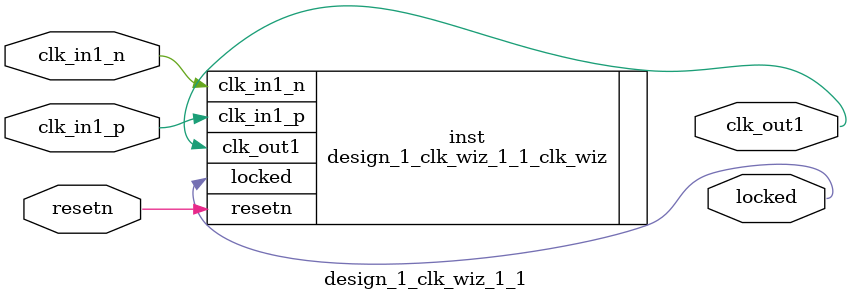
<source format=v>


`timescale 1ps/1ps

(* CORE_GENERATION_INFO = "design_1_clk_wiz_1_1,clk_wiz_v6_0_2_0_0,{component_name=design_1_clk_wiz_1_1,use_phase_alignment=false,use_min_o_jitter=false,use_max_i_jitter=false,use_dyn_phase_shift=false,use_inclk_switchover=false,use_dyn_reconfig=false,enable_axi=0,feedback_source=FDBK_AUTO,PRIMITIVE=MMCM,num_out_clk=1,clkin1_period=10.000,clkin2_period=10.000,use_power_down=false,use_reset=true,use_locked=true,use_inclk_stopped=false,feedback_type=SINGLE,CLOCK_MGR_TYPE=NA,manual_override=false}" *)

module design_1_clk_wiz_1_1 
 (
  // Clock out ports
  output        clk_out1,
  // Status and control signals
  input         resetn,
  output        locked,
 // Clock in ports
  input         clk_in1_p,
  input         clk_in1_n
 );

  design_1_clk_wiz_1_1_clk_wiz inst
  (
  // Clock out ports  
  .clk_out1(clk_out1),
  // Status and control signals               
  .resetn(resetn), 
  .locked(locked),
 // Clock in ports
  .clk_in1_p(clk_in1_p),
  .clk_in1_n(clk_in1_n)
  );

endmodule

</source>
